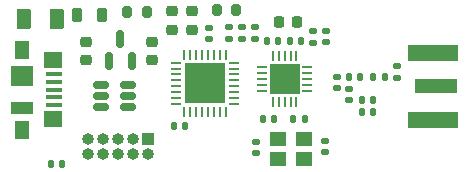
<source format=gbr>
%TF.GenerationSoftware,KiCad,Pcbnew,(6.0.1)*%
%TF.CreationDate,2023-01-10T16:42:07+03:00*%
%TF.ProjectId,STM32RF,53544d33-3252-4462-9e6b-696361645f70,0.1v*%
%TF.SameCoordinates,Original*%
%TF.FileFunction,Soldermask,Top*%
%TF.FilePolarity,Negative*%
%FSLAX46Y46*%
G04 Gerber Fmt 4.6, Leading zero omitted, Abs format (unit mm)*
G04 Created by KiCad (PCBNEW (6.0.1)) date 2023-01-10 16:42:07*
%MOMM*%
%LPD*%
G01*
G04 APERTURE LIST*
G04 Aperture macros list*
%AMRoundRect*
0 Rectangle with rounded corners*
0 $1 Rounding radius*
0 $2 $3 $4 $5 $6 $7 $8 $9 X,Y pos of 4 corners*
0 Add a 4 corners polygon primitive as box body*
4,1,4,$2,$3,$4,$5,$6,$7,$8,$9,$2,$3,0*
0 Add four circle primitives for the rounded corners*
1,1,$1+$1,$2,$3*
1,1,$1+$1,$4,$5*
1,1,$1+$1,$6,$7*
1,1,$1+$1,$8,$9*
0 Add four rect primitives between the rounded corners*
20,1,$1+$1,$2,$3,$4,$5,0*
20,1,$1+$1,$4,$5,$6,$7,0*
20,1,$1+$1,$6,$7,$8,$9,0*
20,1,$1+$1,$8,$9,$2,$3,0*%
G04 Aperture macros list end*
%ADD10RoundRect,0.147500X-0.147500X-0.172500X0.147500X-0.172500X0.147500X0.172500X-0.147500X0.172500X0*%
%ADD11RoundRect,0.140000X0.170000X-0.140000X0.170000X0.140000X-0.170000X0.140000X-0.170000X-0.140000X0*%
%ADD12RoundRect,0.218750X-0.256250X0.218750X-0.256250X-0.218750X0.256250X-0.218750X0.256250X0.218750X0*%
%ADD13RoundRect,0.225000X-0.250000X0.225000X-0.250000X-0.225000X0.250000X-0.225000X0.250000X0.225000X0*%
%ADD14RoundRect,0.250000X-0.375000X-0.625000X0.375000X-0.625000X0.375000X0.625000X-0.375000X0.625000X0*%
%ADD15RoundRect,0.140000X-0.170000X0.140000X-0.170000X-0.140000X0.170000X-0.140000X0.170000X0.140000X0*%
%ADD16RoundRect,0.225000X-0.225000X-0.250000X0.225000X-0.250000X0.225000X0.250000X-0.225000X0.250000X0*%
%ADD17R,1.380000X0.450000*%
%ADD18R,1.900000X1.000000*%
%ADD19R,1.550000X1.425000*%
%ADD20R,1.300000X1.650000*%
%ADD21R,1.900000X1.800000*%
%ADD22RoundRect,0.140000X-0.140000X-0.170000X0.140000X-0.170000X0.140000X0.170000X-0.140000X0.170000X0*%
%ADD23RoundRect,0.140000X0.140000X0.170000X-0.140000X0.170000X-0.140000X-0.170000X0.140000X-0.170000X0*%
%ADD24RoundRect,0.150000X0.512500X0.150000X-0.512500X0.150000X-0.512500X-0.150000X0.512500X-0.150000X0*%
%ADD25RoundRect,0.135000X0.185000X-0.135000X0.185000X0.135000X-0.185000X0.135000X-0.185000X-0.135000X0*%
%ADD26R,1.400000X1.200000*%
%ADD27R,1.000000X1.000000*%
%ADD28O,1.000000X1.000000*%
%ADD29RoundRect,0.147500X0.172500X-0.147500X0.172500X0.147500X-0.172500X0.147500X-0.172500X-0.147500X0*%
%ADD30RoundRect,0.150000X0.150000X-0.587500X0.150000X0.587500X-0.150000X0.587500X-0.150000X-0.587500X0*%
%ADD31RoundRect,0.200000X0.200000X0.275000X-0.200000X0.275000X-0.200000X-0.275000X0.200000X-0.275000X0*%
%ADD32RoundRect,0.200000X-0.200000X-0.275000X0.200000X-0.275000X0.200000X0.275000X-0.200000X0.275000X0*%
%ADD33RoundRect,0.062500X-0.350000X-0.062500X0.350000X-0.062500X0.350000X0.062500X-0.350000X0.062500X0*%
%ADD34RoundRect,0.062500X-0.062500X-0.350000X0.062500X-0.350000X0.062500X0.350000X-0.062500X0.350000X0*%
%ADD35R,2.500000X2.500000*%
%ADD36RoundRect,0.147500X-0.172500X0.147500X-0.172500X-0.147500X0.172500X-0.147500X0.172500X0.147500X0*%
%ADD37R,3.600000X1.270000*%
%ADD38R,4.200000X1.350000*%
%ADD39RoundRect,0.062500X-0.062500X0.375000X-0.062500X-0.375000X0.062500X-0.375000X0.062500X0.375000X0*%
%ADD40RoundRect,0.062500X-0.375000X0.062500X-0.375000X-0.062500X0.375000X-0.062500X0.375000X0.062500X0*%
%ADD41R,3.450000X3.450000*%
%ADD42RoundRect,0.225000X0.250000X-0.225000X0.250000X0.225000X-0.250000X0.225000X-0.250000X-0.225000X0*%
%ADD43RoundRect,0.218750X-0.218750X-0.381250X0.218750X-0.381250X0.218750X0.381250X-0.218750X0.381250X0*%
%ADD44RoundRect,0.135000X0.135000X0.185000X-0.135000X0.185000X-0.135000X-0.185000X0.135000X-0.185000X0*%
G04 APERTURE END LIST*
D10*
%TO.C,L1*%
X60250000Y-28900000D03*
X61220000Y-28900000D03*
%TD*%
D11*
%TO.C,C16*%
X64300000Y-28980000D03*
X64300000Y-28020000D03*
%TD*%
D12*
%TO.C,D1*%
X45300000Y-23325000D03*
X45300000Y-24900000D03*
%TD*%
D13*
%TO.C,C1*%
X38000000Y-25925000D03*
X38000000Y-27475000D03*
%TD*%
D14*
%TO.C,F1*%
X32700000Y-24000000D03*
X35500000Y-24000000D03*
%TD*%
D15*
%TO.C,C13*%
X58200000Y-34340000D03*
X58200000Y-35300000D03*
%TD*%
D16*
%TO.C,C8*%
X54325000Y-24300000D03*
X55875000Y-24300000D03*
%TD*%
D17*
%TO.C,J1*%
X35260000Y-28700000D03*
X35260000Y-29350000D03*
X35260000Y-30000000D03*
X35260000Y-30650000D03*
X35260000Y-31300000D03*
D18*
X32600000Y-31550000D03*
D19*
X35175000Y-32487500D03*
X35175000Y-27512500D03*
D20*
X32600000Y-33375000D03*
D21*
X32600000Y-28850000D03*
D20*
X32600000Y-26625000D03*
%TD*%
D22*
%TO.C,C15*%
X62320000Y-28900000D03*
X63280000Y-28900000D03*
%TD*%
D23*
%TO.C,C3*%
X35960000Y-36300000D03*
X35000000Y-36300000D03*
%TD*%
D24*
%TO.C,U2*%
X41537500Y-31450000D03*
X41537500Y-30500000D03*
X41537500Y-29550000D03*
X39262500Y-29550000D03*
X39262500Y-30500000D03*
X39262500Y-31450000D03*
%TD*%
D11*
%TO.C,C5*%
X50100000Y-25680000D03*
X50100000Y-24720000D03*
%TD*%
D22*
%TO.C,C17*%
X61320000Y-31900000D03*
X62280000Y-31900000D03*
%TD*%
D25*
%TO.C,R1*%
X52300000Y-25710000D03*
X52300000Y-24690000D03*
%TD*%
D11*
%TO.C,C14*%
X52400000Y-35360000D03*
X52400000Y-34400000D03*
%TD*%
D26*
%TO.C,Y1*%
X56400000Y-34150000D03*
X54200000Y-34150000D03*
X54200000Y-35850000D03*
X56400000Y-35850000D03*
%TD*%
D22*
%TO.C,C18*%
X61320000Y-30900000D03*
X62280000Y-30900000D03*
%TD*%
D27*
%TO.C,J3*%
X43200000Y-34200000D03*
D28*
X43200000Y-35470000D03*
X41930000Y-34200000D03*
X41930000Y-35470000D03*
X40660000Y-34200000D03*
X40660000Y-35470000D03*
X39390000Y-34200000D03*
X39390000Y-35470000D03*
X38120000Y-34200000D03*
X38120000Y-35470000D03*
%TD*%
D29*
%TO.C,L3*%
X60220000Y-30870000D03*
X60220000Y-29900000D03*
%TD*%
D30*
%TO.C,U1*%
X39950000Y-27537500D03*
X41850000Y-27537500D03*
X40900000Y-25662500D03*
%TD*%
D31*
%TO.C,R2*%
X43125000Y-23400000D03*
X41475000Y-23400000D03*
%TD*%
D12*
%TO.C,D2*%
X47000000Y-23325000D03*
X47000000Y-24900000D03*
%TD*%
D11*
%TO.C,C4*%
X51200000Y-25680000D03*
X51200000Y-24720000D03*
%TD*%
D32*
%TO.C,R3*%
X49075000Y-23200000D03*
X50725000Y-23200000D03*
%TD*%
D11*
%TO.C,C7*%
X48400000Y-25700000D03*
X48400000Y-24740000D03*
%TD*%
D33*
%TO.C,U4*%
X52862500Y-28100000D03*
X52862500Y-28600000D03*
X52862500Y-29100000D03*
X52862500Y-29600000D03*
X52862500Y-30100000D03*
D34*
X53800000Y-31037500D03*
X54300000Y-31037500D03*
X54800000Y-31037500D03*
X55300000Y-31037500D03*
X55800000Y-31037500D03*
D33*
X56737500Y-30100000D03*
X56737500Y-29600000D03*
X56737500Y-29100000D03*
X56737500Y-28600000D03*
X56737500Y-28100000D03*
D34*
X55800000Y-27162500D03*
X55300000Y-27162500D03*
X54800000Y-27162500D03*
X54300000Y-27162500D03*
X53800000Y-27162500D03*
D35*
X54800000Y-29100000D03*
%TD*%
D22*
%TO.C,C11*%
X55220000Y-25900000D03*
X56180000Y-25900000D03*
%TD*%
D11*
%TO.C,C10*%
X58300000Y-25980000D03*
X58300000Y-25020000D03*
%TD*%
D36*
%TO.C,L2*%
X59200000Y-28915000D03*
X59200000Y-29885000D03*
%TD*%
D37*
%TO.C,J2*%
X67600000Y-29700000D03*
D38*
X67400000Y-26875000D03*
X67400000Y-32525000D03*
%TD*%
D23*
%TO.C,C6*%
X46380000Y-33100000D03*
X45420000Y-33100000D03*
%TD*%
D22*
%TO.C,C9*%
X52980000Y-32500000D03*
X53940000Y-32500000D03*
%TD*%
D23*
%TO.C,C12*%
X54280000Y-25900000D03*
X53320000Y-25900000D03*
%TD*%
D39*
%TO.C,U3*%
X49800000Y-27012500D03*
X49300000Y-27012500D03*
X48800000Y-27012500D03*
X48300000Y-27012500D03*
X47800000Y-27012500D03*
X47300000Y-27012500D03*
X46800000Y-27012500D03*
X46300000Y-27012500D03*
D40*
X45612500Y-27700000D03*
X45612500Y-28200000D03*
X45612500Y-28700000D03*
X45612500Y-29200000D03*
X45612500Y-29700000D03*
X45612500Y-30200000D03*
X45612500Y-30700000D03*
X45612500Y-31200000D03*
D39*
X46300000Y-31887500D03*
X46800000Y-31887500D03*
X47300000Y-31887500D03*
X47800000Y-31887500D03*
X48300000Y-31887500D03*
X48800000Y-31887500D03*
X49300000Y-31887500D03*
X49800000Y-31887500D03*
D40*
X50487500Y-31200000D03*
X50487500Y-30700000D03*
X50487500Y-30200000D03*
X50487500Y-29700000D03*
X50487500Y-29200000D03*
X50487500Y-28700000D03*
X50487500Y-28200000D03*
X50487500Y-27700000D03*
D41*
X48050000Y-29450000D03*
%TD*%
D42*
%TO.C,C2*%
X43600000Y-27475000D03*
X43600000Y-25925000D03*
%TD*%
D43*
%TO.C,FB1*%
X37237500Y-23700000D03*
X39362500Y-23700000D03*
%TD*%
D25*
%TO.C,R4*%
X57200000Y-26010000D03*
X57200000Y-24990000D03*
%TD*%
D44*
%TO.C,R5*%
X56510000Y-32500000D03*
X55490000Y-32500000D03*
%TD*%
M02*

</source>
